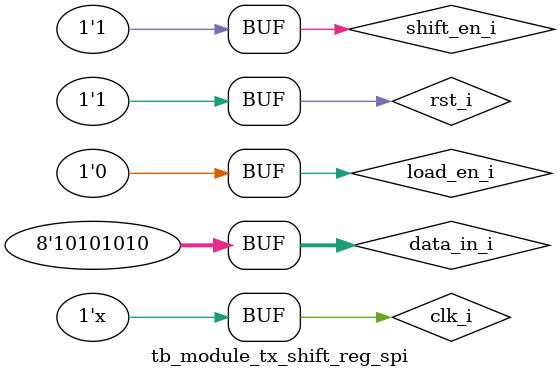
<source format=sv>
`timescale 1ns / 1ps

module tb_module_tx_shift_reg_spi;

    // Señales de entrada
    logic clk_i;
    logic rst_i;
    logic load_en_i;
    logic shift_en_i;
    
    logic [7 : 0] data_in_i;
    
    // Señales de salida
    logic data_out_o;

    // Instancia del módulo
    module_tx_shift_reg_spi DUT(
        .clk_i      (clk_i),
        .rst_i      (rst_i),
        .load_en_i  (load_en_i),
        .shift_en_i (shift_en_i),
        .data_i     (data_in_i),
        .data_o     (data_out_o)
    );

    initial   clk_i = 0;
    always #5 clk_i = ~clk_i;
  
    initial begin
    rst_i       = 0;
    load_en_i   = 0;
    shift_en_i  = 0;
    data_in_i   = 0;
    
    #20 
    rst_i       = 1;
    
    #9
    data_in_i   = 8'b10101010;
    
    #5
    load_en_i   = 1;
    
    #10
    load_en_i   = 0;
    
    #5
    shift_en_i  = 1;
    


    end

endmodule

</source>
